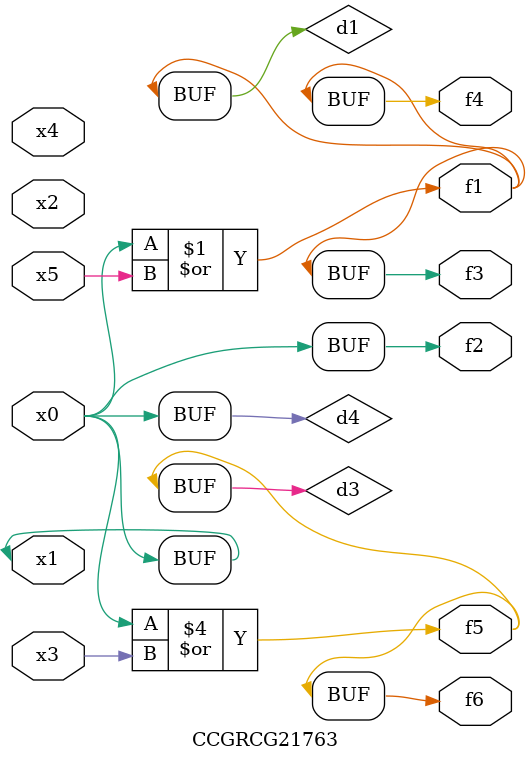
<source format=v>
module CCGRCG21763(
	input x0, x1, x2, x3, x4, x5,
	output f1, f2, f3, f4, f5, f6
);

	wire d1, d2, d3, d4;

	or (d1, x0, x5);
	xnor (d2, x1, x4);
	or (d3, x0, x3);
	buf (d4, x0, x1);
	assign f1 = d1;
	assign f2 = d4;
	assign f3 = d1;
	assign f4 = d1;
	assign f5 = d3;
	assign f6 = d3;
endmodule

</source>
